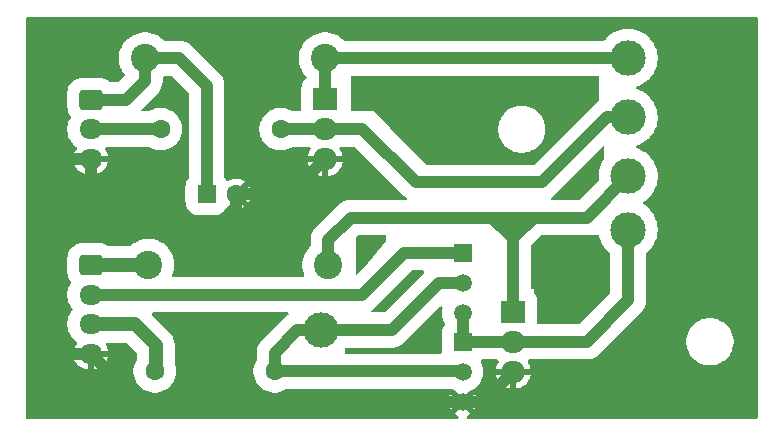
<source format=gbr>
%TF.GenerationSoftware,KiCad,Pcbnew,9.0.2*%
%TF.CreationDate,2025-12-15T12:58:43+07:00*%
%TF.ProjectId,HardwareElday,48617264-7761-4726-9545-6c6461792e6b,rev?*%
%TF.SameCoordinates,Original*%
%TF.FileFunction,Copper,L2,Bot*%
%TF.FilePolarity,Positive*%
%FSLAX46Y46*%
G04 Gerber Fmt 4.6, Leading zero omitted, Abs format (unit mm)*
G04 Created by KiCad (PCBNEW 9.0.2) date 2025-12-15 12:58:43*
%MOMM*%
%LPD*%
G01*
G04 APERTURE LIST*
G04 Aperture macros list*
%AMRoundRect*
0 Rectangle with rounded corners*
0 $1 Rounding radius*
0 $2 $3 $4 $5 $6 $7 $8 $9 X,Y pos of 4 corners*
0 Add a 4 corners polygon primitive as box body*
4,1,4,$2,$3,$4,$5,$6,$7,$8,$9,$2,$3,0*
0 Add four circle primitives for the rounded corners*
1,1,$1+$1,$2,$3*
1,1,$1+$1,$4,$5*
1,1,$1+$1,$6,$7*
1,1,$1+$1,$8,$9*
0 Add four rect primitives between the rounded corners*
20,1,$1+$1,$2,$3,$4,$5,0*
20,1,$1+$1,$4,$5,$6,$7,0*
20,1,$1+$1,$6,$7,$8,$9,0*
20,1,$1+$1,$8,$9,$2,$3,0*%
G04 Aperture macros list end*
%TA.AperFunction,ComponentPad*%
%ADD10RoundRect,0.250000X-0.725000X0.600000X-0.725000X-0.600000X0.725000X-0.600000X0.725000X0.600000X0*%
%TD*%
%TA.AperFunction,ComponentPad*%
%ADD11O,1.950000X1.700000*%
%TD*%
%TA.AperFunction,ComponentPad*%
%ADD12R,1.500000X1.500000*%
%TD*%
%TA.AperFunction,ComponentPad*%
%ADD13C,1.500000*%
%TD*%
%TA.AperFunction,ComponentPad*%
%ADD14C,1.600000*%
%TD*%
%TA.AperFunction,ComponentPad*%
%ADD15C,3.000000*%
%TD*%
%TA.AperFunction,ComponentPad*%
%ADD16R,2.000000X1.905000*%
%TD*%
%TA.AperFunction,ComponentPad*%
%ADD17O,2.000000X1.905000*%
%TD*%
%TA.AperFunction,ComponentPad*%
%ADD18RoundRect,0.250000X-0.550000X-0.550000X0.550000X-0.550000X0.550000X0.550000X-0.550000X0.550000X0*%
%TD*%
%TA.AperFunction,ComponentPad*%
%ADD19C,2.400000*%
%TD*%
%TA.AperFunction,Conductor*%
%ADD20C,1.000000*%
%TD*%
%TA.AperFunction,Conductor*%
%ADD21C,1.200000*%
%TD*%
G04 APERTURE END LIST*
D10*
%TO.P,J3,1,Pin_1*%
%TO.N,Net-(J3-Pin_1)*%
X76000000Y-104000000D03*
D11*
%TO.P,J3,2,Pin_2*%
%TO.N,Vg*%
X76000000Y-106500000D03*
%TO.P,J3,3,Pin_3*%
%TO.N,GNDREF*%
X76000000Y-109000000D03*
%TD*%
D12*
%TO.P,Q4,1,C*%
%TO.N,Net-(Q2-G)*%
X107500000Y-124500000D03*
D13*
%TO.P,Q4,2,B*%
%TO.N,Net-(Q3-B)*%
X107500000Y-127040000D03*
%TO.P,Q4,3,E*%
%TO.N,GNDREF*%
X107500000Y-129580000D03*
%TD*%
D14*
%TO.P,R4,1*%
%TO.N,Net-(J1-Pin_3)*%
X81420000Y-127000000D03*
%TO.P,R4,2*%
%TO.N,Net-(Q3-B)*%
X91580000Y-127000000D03*
%TD*%
D15*
%TO.P,TP4,1,1*%
%TO.N,Net-(Q1-G)*%
X121500000Y-105500000D03*
%TD*%
D16*
%TO.P,Q2,1,D*%
%TO.N,Net-(Q2-D)*%
X111770000Y-121960000D03*
D17*
%TO.P,Q2,2,G*%
%TO.N,Net-(Q2-G)*%
X111770000Y-124500000D03*
%TO.P,Q2,3,S*%
%TO.N,GNDREF*%
X111770000Y-127040000D03*
%TD*%
D16*
%TO.P,Q1,1,D*%
%TO.N,Net-(Q1-D)*%
X95840000Y-103960000D03*
D17*
%TO.P,Q1,2,G*%
%TO.N,Net-(Q1-G)*%
X95840000Y-106500000D03*
%TO.P,Q1,3,S*%
%TO.N,GNDREF*%
X95840000Y-109040000D03*
%TD*%
D18*
%TO.P,C1,1*%
%TO.N,Net-(J3-Pin_1)*%
X85817621Y-112000000D03*
D14*
%TO.P,C1,2*%
%TO.N,GNDREF*%
X88317621Y-112000000D03*
%TD*%
D15*
%TO.P,TP5,1,1*%
%TO.N,Net-(Q3-B)*%
X95500000Y-123500000D03*
%TD*%
D19*
%TO.P,R1,1*%
%TO.N,Net-(J3-Pin_1)*%
X80600000Y-100500000D03*
%TO.P,R1,2*%
%TO.N,Net-(Q1-D)*%
X95840000Y-100500000D03*
%TD*%
D15*
%TO.P,TP3,1,1*%
%TO.N,Net-(Q2-G)*%
X121500000Y-115000000D03*
%TD*%
D19*
%TO.P,R3,1*%
%TO.N,Vs*%
X80880000Y-118000000D03*
%TO.P,R3,2*%
%TO.N,Net-(Q2-D)*%
X96120000Y-118000000D03*
%TD*%
D10*
%TO.P,J1,1,Pin_1*%
%TO.N,Vs*%
X76000000Y-118000000D03*
D11*
%TO.P,J1,2,Pin_2*%
%TO.N,Vd*%
X76000000Y-120500000D03*
%TO.P,J1,3,Pin_3*%
%TO.N,Net-(J1-Pin_3)*%
X76000000Y-123000000D03*
%TO.P,J1,4,Pin_4*%
%TO.N,GNDREF*%
X76000000Y-125500000D03*
%TD*%
D12*
%TO.P,Q3,1,C*%
%TO.N,Vd*%
X107500000Y-116960000D03*
D13*
%TO.P,Q3,2,B*%
%TO.N,Net-(Q3-B)*%
X107500000Y-119500000D03*
%TO.P,Q3,3,E*%
%TO.N,Net-(Q2-G)*%
X107500000Y-122040000D03*
%TD*%
D15*
%TO.P,TP1,1,1*%
%TO.N,Net-(Q1-D)*%
X121500000Y-100500000D03*
%TD*%
%TO.P,TP2,1,1*%
%TO.N,Net-(Q2-D)*%
X121500000Y-110500000D03*
%TD*%
D14*
%TO.P,R2,1*%
%TO.N,Vg*%
X81920000Y-106500000D03*
%TO.P,R2,2*%
%TO.N,Net-(Q1-G)*%
X92080000Y-106500000D03*
%TD*%
D20*
%TO.N,GNDREF*%
X111770000Y-127040000D02*
X109230000Y-129580000D01*
X80080000Y-129580000D02*
X76000000Y-125500000D01*
X72500000Y-111000000D02*
X74500000Y-109000000D01*
X77500000Y-114500000D02*
X86948992Y-114500000D01*
X76000000Y-113000000D02*
X77500000Y-114500000D01*
X109230000Y-129580000D02*
X107500000Y-129580000D01*
X74500000Y-109000000D02*
X76000000Y-109000000D01*
X95840000Y-109040000D02*
X92880000Y-112000000D01*
X92880000Y-112000000D02*
X88317621Y-112000000D01*
X76000000Y-125500000D02*
X74500000Y-125500000D01*
X72500000Y-123500000D02*
X72500000Y-111000000D01*
X88317621Y-113131371D02*
X88317621Y-112000000D01*
X74500000Y-125500000D02*
X72500000Y-123500000D01*
X86948992Y-114500000D02*
X88317621Y-113131371D01*
X107500000Y-129580000D02*
X80080000Y-129580000D01*
X76000000Y-109000000D02*
X76000000Y-113000000D01*
%TO.N,Net-(Q1-G)*%
X95840000Y-106500000D02*
X99000000Y-106500000D01*
X99000000Y-106500000D02*
X103500000Y-111000000D01*
X119750000Y-105500000D02*
X121500000Y-105500000D01*
X92080000Y-106500000D02*
X95840000Y-106500000D01*
X103500000Y-111000000D02*
X114250000Y-111000000D01*
X114250000Y-111000000D02*
X119750000Y-105500000D01*
%TO.N,Net-(Q1-D)*%
X95840000Y-100500000D02*
X95840000Y-103960000D01*
X95840000Y-100500000D02*
X121500000Y-100500000D01*
%TO.N,Vd*%
X76000000Y-120500000D02*
X99000000Y-120500000D01*
X99000000Y-120500000D02*
X102540000Y-116960000D01*
X102540000Y-116960000D02*
X107500000Y-116960000D01*
%TO.N,Net-(Q3-B)*%
X101500000Y-123500000D02*
X95500000Y-123500000D01*
X93500000Y-123500000D02*
X91580000Y-125420000D01*
X107460000Y-127000000D02*
X107500000Y-127040000D01*
X95500000Y-123500000D02*
X93500000Y-123500000D01*
X107500000Y-119500000D02*
X105500000Y-119500000D01*
X105500000Y-119500000D02*
X101500000Y-123500000D01*
X91580000Y-127000000D02*
X107460000Y-127000000D01*
X91580000Y-125420000D02*
X91580000Y-127000000D01*
%TO.N,Net-(Q2-G)*%
X121500000Y-115000000D02*
X121500000Y-121000000D01*
X121500000Y-121000000D02*
X118000000Y-124500000D01*
X107500000Y-124500000D02*
X110770000Y-124500000D01*
X118000000Y-124500000D02*
X111770000Y-124500000D01*
X107500000Y-124500000D02*
X107499999Y-121911220D01*
%TO.N,Vg*%
X76000000Y-106500000D02*
X81920000Y-106500000D01*
%TO.N,Net-(Q2-D)*%
X118000000Y-114000000D02*
X113500000Y-114000000D01*
X96120000Y-118000000D02*
X96120000Y-115880000D01*
X111770000Y-115500000D02*
X112000000Y-115500000D01*
X98000000Y-114000000D02*
X109750000Y-114000000D01*
X112000000Y-115500000D02*
X113500000Y-114000000D01*
X121500000Y-110500000D02*
X118000000Y-114000000D01*
X111770000Y-115500000D02*
X111770000Y-121960000D01*
X111770000Y-114230000D02*
X111770000Y-115500000D01*
X111500000Y-115500000D02*
X110000000Y-114000000D01*
X113500000Y-114000000D02*
X109750000Y-114000000D01*
X111770000Y-115500000D02*
X111500000Y-115500000D01*
X96120000Y-115880000D02*
X98000000Y-114000000D01*
D21*
%TO.N,Vs*%
X80880000Y-118000000D02*
X76000000Y-118000000D01*
D20*
%TO.N,Net-(J3-Pin_1)*%
X83500000Y-100500000D02*
X80600000Y-100500000D01*
X85817621Y-102817621D02*
X83500000Y-100500000D01*
X79000000Y-104000000D02*
X80600000Y-102400000D01*
X76000000Y-104000000D02*
X79000000Y-104000000D01*
X85817621Y-112000000D02*
X85817621Y-102817621D01*
X80600000Y-102400000D02*
X80600000Y-100500000D01*
D21*
%TO.N,Net-(J1-Pin_3)*%
X81500000Y-124790000D02*
X79710000Y-123000000D01*
X79710000Y-123000000D02*
X76000000Y-123000000D01*
X81500000Y-126920000D02*
X81500000Y-124790000D01*
X81420000Y-127000000D02*
X81500000Y-126920000D01*
%TD*%
%TA.AperFunction,Conductor*%
%TO.N,GNDREF*%
G36*
X132442539Y-97020185D02*
G01*
X132488294Y-97072989D01*
X132499500Y-97124500D01*
X132499500Y-130875500D01*
X132479815Y-130942539D01*
X132427011Y-130988294D01*
X132375500Y-130999500D01*
X107959216Y-130999500D01*
X107892177Y-130979815D01*
X107846422Y-130927011D01*
X107836478Y-130857853D01*
X107865503Y-130794297D01*
X107920898Y-130757569D01*
X107979835Y-130738418D01*
X108155143Y-130649095D01*
X108190125Y-130623678D01*
X108190126Y-130623678D01*
X107546448Y-129980000D01*
X107552661Y-129980000D01*
X107654394Y-129952741D01*
X107745606Y-129900080D01*
X107820080Y-129825606D01*
X107872741Y-129734394D01*
X107900000Y-129632661D01*
X107900000Y-129626448D01*
X108543678Y-130270126D01*
X108543678Y-130270125D01*
X108569095Y-130235143D01*
X108658418Y-130059835D01*
X108719221Y-129872705D01*
X108750000Y-129678382D01*
X108750000Y-129481617D01*
X108719221Y-129287294D01*
X108658418Y-129100164D01*
X108569096Y-128924858D01*
X108543678Y-128889873D01*
X108543677Y-128889873D01*
X107900000Y-129533551D01*
X107900000Y-129527339D01*
X107872741Y-129425606D01*
X107820080Y-129334394D01*
X107745606Y-129259920D01*
X107654394Y-129207259D01*
X107552661Y-129180000D01*
X107546447Y-129180000D01*
X107987664Y-128738780D01*
X108043253Y-128706686D01*
X108063887Y-128701158D01*
X108241252Y-128627690D01*
X108275881Y-128613347D01*
X108275881Y-128613346D01*
X108275888Y-128613344D01*
X108474612Y-128498611D01*
X108656661Y-128358919D01*
X108656665Y-128358914D01*
X108656670Y-128358911D01*
X108818911Y-128196670D01*
X108818914Y-128196665D01*
X108818919Y-128196661D01*
X108958611Y-128014612D01*
X109073344Y-127815888D01*
X109161158Y-127603887D01*
X109220548Y-127382238D01*
X109250500Y-127154734D01*
X109250500Y-126925266D01*
X109220548Y-126697762D01*
X109161158Y-126476113D01*
X109073344Y-126264112D01*
X109068285Y-126255350D01*
X109028535Y-126186500D01*
X109012062Y-126118600D01*
X109034915Y-126052573D01*
X109089836Y-126009382D01*
X109135922Y-126000500D01*
X110427744Y-126000500D01*
X110449680Y-126006941D01*
X110472464Y-126008845D01*
X110490320Y-126018874D01*
X110494783Y-126020185D01*
X110503236Y-126026129D01*
X110510455Y-126031669D01*
X110551655Y-126088099D01*
X110555805Y-126157845D01*
X110535282Y-126202924D01*
X110480211Y-126278723D01*
X110480210Y-126278725D01*
X110376417Y-126482429D01*
X110305765Y-126699871D01*
X110291491Y-126790000D01*
X111279252Y-126790000D01*
X111257482Y-126827708D01*
X111220000Y-126967591D01*
X111220000Y-127112409D01*
X111257482Y-127252292D01*
X111279252Y-127290000D01*
X110291491Y-127290000D01*
X110305765Y-127380128D01*
X110376417Y-127597570D01*
X110480211Y-127801276D01*
X110614597Y-127986242D01*
X110776257Y-128147902D01*
X110961223Y-128282288D01*
X111164929Y-128386082D01*
X111382371Y-128456734D01*
X111520000Y-128478532D01*
X111520000Y-127530747D01*
X111557708Y-127552518D01*
X111697591Y-127590000D01*
X111842409Y-127590000D01*
X111982292Y-127552518D01*
X112020000Y-127530747D01*
X112020000Y-128478531D01*
X112157628Y-128456734D01*
X112375070Y-128386082D01*
X112578776Y-128282288D01*
X112763742Y-128147902D01*
X112925402Y-127986242D01*
X113059788Y-127801276D01*
X113163582Y-127597570D01*
X113234234Y-127380128D01*
X113248509Y-127290000D01*
X112260748Y-127290000D01*
X112282518Y-127252292D01*
X112320000Y-127112409D01*
X112320000Y-126967591D01*
X112282518Y-126827708D01*
X112260748Y-126790000D01*
X113248509Y-126790000D01*
X113234234Y-126699871D01*
X113163582Y-126482429D01*
X113059788Y-126278723D01*
X113004717Y-126202925D01*
X113002221Y-126195931D01*
X112996912Y-126190746D01*
X112990642Y-126163478D01*
X112981237Y-126137119D01*
X112982918Y-126129887D01*
X112981255Y-126122653D01*
X112990724Y-126096320D01*
X112997062Y-126069065D01*
X113002971Y-126062261D01*
X113004898Y-126056905D01*
X113029552Y-126031661D01*
X113036778Y-126026116D01*
X113101950Y-126000929D01*
X113112255Y-126000500D01*
X118118097Y-126000500D01*
X118351368Y-125963553D01*
X118415762Y-125942630D01*
X118575992Y-125890568D01*
X118786434Y-125783343D01*
X118977510Y-125644517D01*
X120253155Y-124368872D01*
X126429500Y-124368872D01*
X126429500Y-124631127D01*
X126441443Y-124721837D01*
X126463730Y-124891116D01*
X126511295Y-125068631D01*
X126531602Y-125144418D01*
X126531605Y-125144428D01*
X126631953Y-125386690D01*
X126631958Y-125386700D01*
X126763075Y-125613803D01*
X126922718Y-125821851D01*
X126922726Y-125821860D01*
X127108140Y-126007274D01*
X127108148Y-126007281D01*
X127108149Y-126007282D01*
X127132695Y-126026117D01*
X127316196Y-126166924D01*
X127543299Y-126298041D01*
X127543309Y-126298046D01*
X127728948Y-126374940D01*
X127785581Y-126398398D01*
X128038884Y-126466270D01*
X128298880Y-126500500D01*
X128298887Y-126500500D01*
X128561113Y-126500500D01*
X128561120Y-126500500D01*
X128821116Y-126466270D01*
X129074419Y-126398398D01*
X129316697Y-126298043D01*
X129543803Y-126166924D01*
X129751851Y-126007282D01*
X129751855Y-126007277D01*
X129751860Y-126007274D01*
X129937274Y-125821860D01*
X129937277Y-125821855D01*
X129937282Y-125821851D01*
X130096924Y-125613803D01*
X130228043Y-125386697D01*
X130236030Y-125367416D01*
X130257055Y-125316657D01*
X130328398Y-125144419D01*
X130396270Y-124891116D01*
X130430500Y-124631120D01*
X130430500Y-124368880D01*
X130396270Y-124108884D01*
X130328398Y-123855581D01*
X130328394Y-123855571D01*
X130228046Y-123613309D01*
X130228041Y-123613299D01*
X130096924Y-123386196D01*
X129937281Y-123178148D01*
X129937274Y-123178140D01*
X129751860Y-122992726D01*
X129751851Y-122992718D01*
X129543803Y-122833075D01*
X129316700Y-122701958D01*
X129316690Y-122701953D01*
X129074428Y-122601605D01*
X129074421Y-122601603D01*
X129074419Y-122601602D01*
X128821116Y-122533730D01*
X128763339Y-122526123D01*
X128561127Y-122499500D01*
X128561120Y-122499500D01*
X128298880Y-122499500D01*
X128298872Y-122499500D01*
X128067772Y-122529926D01*
X128038884Y-122533730D01*
X127785581Y-122601602D01*
X127785571Y-122601605D01*
X127543309Y-122701953D01*
X127543299Y-122701958D01*
X127316196Y-122833075D01*
X127108148Y-122992718D01*
X126922718Y-123178148D01*
X126763075Y-123386196D01*
X126631958Y-123613299D01*
X126631953Y-123613309D01*
X126531605Y-123855571D01*
X126531602Y-123855581D01*
X126484790Y-124030289D01*
X126463730Y-124108885D01*
X126429500Y-124368872D01*
X120253155Y-124368872D01*
X122644517Y-121977510D01*
X122783343Y-121786434D01*
X122890568Y-121575993D01*
X122923021Y-121476113D01*
X122963553Y-121351368D01*
X122977373Y-121264112D01*
X123000500Y-121118097D01*
X123000500Y-117061365D01*
X123020185Y-116994326D01*
X123047185Y-116964419D01*
X123168825Y-116867416D01*
X123367416Y-116668825D01*
X123542523Y-116449248D01*
X123691945Y-116211445D01*
X123813801Y-115958408D01*
X123906560Y-115693318D01*
X123969055Y-115419509D01*
X123969056Y-115419499D01*
X123969057Y-115419494D01*
X124000499Y-115140431D01*
X124000500Y-115140427D01*
X124000500Y-114859572D01*
X124000499Y-114859568D01*
X123969057Y-114580505D01*
X123969054Y-114580487D01*
X123906560Y-114306682D01*
X123906556Y-114306670D01*
X123883465Y-114240680D01*
X123813801Y-114041592D01*
X123691945Y-113788555D01*
X123542523Y-113550752D01*
X123367416Y-113331175D01*
X123168825Y-113132584D01*
X122949248Y-112957477D01*
X122786146Y-112854992D01*
X122739856Y-112802659D01*
X122729208Y-112733606D01*
X122757583Y-112669757D01*
X122786145Y-112645007D01*
X122949248Y-112542523D01*
X123168825Y-112367416D01*
X123367416Y-112168825D01*
X123542523Y-111949248D01*
X123691945Y-111711445D01*
X123813801Y-111458408D01*
X123906560Y-111193318D01*
X123969055Y-110919509D01*
X123972511Y-110888842D01*
X123990181Y-110732009D01*
X124000500Y-110640425D01*
X124000500Y-110359575D01*
X123988277Y-110251095D01*
X123969057Y-110080505D01*
X123969054Y-110080487D01*
X123957467Y-110029723D01*
X123906560Y-109806682D01*
X123904668Y-109801276D01*
X123871875Y-109707557D01*
X123813801Y-109541592D01*
X123691945Y-109288555D01*
X123542523Y-109050752D01*
X123367416Y-108831175D01*
X123168825Y-108632584D01*
X122949248Y-108457477D01*
X122711445Y-108308055D01*
X122711442Y-108308053D01*
X122458411Y-108186200D01*
X122260767Y-108117041D01*
X122203991Y-108076320D01*
X122178244Y-108011367D01*
X122191700Y-107942805D01*
X122240088Y-107892402D01*
X122260767Y-107882959D01*
X122336118Y-107856592D01*
X122458408Y-107813801D01*
X122711445Y-107691945D01*
X122949248Y-107542523D01*
X123168825Y-107367416D01*
X123367416Y-107168825D01*
X123542523Y-106949248D01*
X123691945Y-106711445D01*
X123813801Y-106458408D01*
X123906560Y-106193318D01*
X123969055Y-105919509D01*
X123970815Y-105903895D01*
X123993568Y-105701951D01*
X124000500Y-105640425D01*
X124000500Y-105359575D01*
X123984397Y-105216657D01*
X123969057Y-105080505D01*
X123969054Y-105080487D01*
X123943958Y-104970536D01*
X123906560Y-104806682D01*
X123902966Y-104796412D01*
X123834799Y-104601602D01*
X123813801Y-104541592D01*
X123691945Y-104288555D01*
X123542523Y-104050752D01*
X123367416Y-103831175D01*
X123168825Y-103632584D01*
X122949248Y-103457477D01*
X122711445Y-103308055D01*
X122711442Y-103308053D01*
X122458411Y-103186200D01*
X122260767Y-103117041D01*
X122203991Y-103076320D01*
X122178244Y-103011367D01*
X122191700Y-102942805D01*
X122240088Y-102892402D01*
X122260767Y-102882959D01*
X122321859Y-102861581D01*
X122458408Y-102813801D01*
X122711445Y-102691945D01*
X122949248Y-102542523D01*
X123168825Y-102367416D01*
X123367416Y-102168825D01*
X123542523Y-101949248D01*
X123691945Y-101711445D01*
X123813801Y-101458408D01*
X123906560Y-101193318D01*
X123969055Y-100919509D01*
X124000500Y-100640425D01*
X124000500Y-100359575D01*
X123969055Y-100080491D01*
X123906560Y-99806682D01*
X123813801Y-99541592D01*
X123691945Y-99288555D01*
X123542523Y-99050752D01*
X123367416Y-98831175D01*
X123168825Y-98632584D01*
X122949248Y-98457477D01*
X122785004Y-98354275D01*
X122711442Y-98308053D01*
X122458411Y-98186200D01*
X122193329Y-98093443D01*
X122193317Y-98093439D01*
X121919512Y-98030945D01*
X121919494Y-98030942D01*
X121640431Y-97999500D01*
X121640425Y-97999500D01*
X121359575Y-97999500D01*
X121359568Y-97999500D01*
X121080505Y-98030942D01*
X121080487Y-98030945D01*
X120806682Y-98093439D01*
X120806670Y-98093443D01*
X120541588Y-98186200D01*
X120288557Y-98308053D01*
X120050753Y-98457476D01*
X119831175Y-98632583D01*
X119632583Y-98831175D01*
X119535581Y-98952813D01*
X119478393Y-98992953D01*
X119438634Y-98999500D01*
X97502840Y-98999500D01*
X97435801Y-98979815D01*
X97415163Y-98963185D01*
X97294004Y-98842026D01*
X97294003Y-98842025D01*
X97294001Y-98842023D01*
X97065164Y-98666431D01*
X97065162Y-98666429D01*
X97065156Y-98666425D01*
X97065151Y-98666422D01*
X97065148Y-98666420D01*
X96815352Y-98522199D01*
X96815336Y-98522191D01*
X96548860Y-98411814D01*
X96548848Y-98411810D01*
X96548845Y-98411809D01*
X96270217Y-98337151D01*
X96270211Y-98337150D01*
X96270206Y-98337149D01*
X95984238Y-98299501D01*
X95984233Y-98299500D01*
X95984228Y-98299500D01*
X95695772Y-98299500D01*
X95695766Y-98299500D01*
X95695761Y-98299501D01*
X95409793Y-98337149D01*
X95409786Y-98337150D01*
X95409783Y-98337151D01*
X95131155Y-98411809D01*
X95131139Y-98411814D01*
X94864663Y-98522191D01*
X94864647Y-98522199D01*
X94614851Y-98666420D01*
X94614835Y-98666431D01*
X94385997Y-98842024D01*
X94385990Y-98842030D01*
X94182030Y-99045990D01*
X94182024Y-99045997D01*
X94006431Y-99274835D01*
X94006420Y-99274851D01*
X93862199Y-99524647D01*
X93862191Y-99524663D01*
X93751814Y-99791139D01*
X93751809Y-99791155D01*
X93677152Y-100069780D01*
X93677149Y-100069793D01*
X93639501Y-100355761D01*
X93639500Y-100355778D01*
X93639500Y-100644221D01*
X93639501Y-100644238D01*
X93677149Y-100930206D01*
X93677150Y-100930211D01*
X93677151Y-100930217D01*
X93747649Y-101193318D01*
X93751809Y-101208844D01*
X93751814Y-101208860D01*
X93862191Y-101475336D01*
X93862199Y-101475352D01*
X94006420Y-101725148D01*
X94006431Y-101725164D01*
X94182023Y-101954001D01*
X94182025Y-101954003D01*
X94182026Y-101954004D01*
X94249713Y-102021691D01*
X94283197Y-102083012D01*
X94278213Y-102152704D01*
X94240392Y-102205473D01*
X94128890Y-102296390D01*
X94000304Y-102454090D01*
X94000302Y-102454093D01*
X93966872Y-102518092D01*
X93906089Y-102634454D01*
X93850114Y-102830083D01*
X93850113Y-102830086D01*
X93839500Y-102949466D01*
X93839500Y-102949468D01*
X93839501Y-104875500D01*
X93819816Y-104942539D01*
X93767013Y-104988294D01*
X93715501Y-104999500D01*
X93115283Y-104999500D01*
X93053283Y-104982887D01*
X92878056Y-104881719D01*
X92878045Y-104881714D01*
X92659993Y-104791394D01*
X92432010Y-104730306D01*
X92198020Y-104699501D01*
X92198017Y-104699500D01*
X92198011Y-104699500D01*
X91961989Y-104699500D01*
X91961983Y-104699500D01*
X91961979Y-104699501D01*
X91727989Y-104730306D01*
X91500006Y-104791394D01*
X91281954Y-104881714D01*
X91281943Y-104881719D01*
X91077545Y-104999730D01*
X90890302Y-105143406D01*
X90890295Y-105143412D01*
X90723412Y-105310295D01*
X90723406Y-105310302D01*
X90579730Y-105497545D01*
X90461719Y-105701943D01*
X90461714Y-105701954D01*
X90371394Y-105920006D01*
X90310306Y-106147989D01*
X90279501Y-106381979D01*
X90279500Y-106381995D01*
X90279500Y-106618004D01*
X90279501Y-106618020D01*
X90310306Y-106852010D01*
X90371394Y-107079993D01*
X90461714Y-107298045D01*
X90461719Y-107298056D01*
X90532677Y-107420957D01*
X90579727Y-107502450D01*
X90579729Y-107502453D01*
X90579730Y-107502454D01*
X90723406Y-107689697D01*
X90723412Y-107689704D01*
X90890295Y-107856587D01*
X90890302Y-107856593D01*
X90939391Y-107894260D01*
X91077550Y-108000273D01*
X91187106Y-108063525D01*
X91281943Y-108118280D01*
X91281948Y-108118282D01*
X91281951Y-108118284D01*
X91500007Y-108208606D01*
X91727986Y-108269693D01*
X91961989Y-108300500D01*
X91961996Y-108300500D01*
X92198004Y-108300500D01*
X92198011Y-108300500D01*
X92432014Y-108269693D01*
X92659993Y-108208606D01*
X92878049Y-108118284D01*
X92963299Y-108069065D01*
X93053283Y-108017113D01*
X93115283Y-108000500D01*
X94497744Y-108000500D01*
X94519680Y-108006941D01*
X94542464Y-108008845D01*
X94560320Y-108018874D01*
X94564783Y-108020185D01*
X94573236Y-108026129D01*
X94580455Y-108031669D01*
X94621655Y-108088099D01*
X94625805Y-108157845D01*
X94605282Y-108202924D01*
X94550211Y-108278723D01*
X94550210Y-108278725D01*
X94446417Y-108482429D01*
X94375765Y-108699871D01*
X94361491Y-108790000D01*
X95349252Y-108790000D01*
X95327482Y-108827708D01*
X95290000Y-108967591D01*
X95290000Y-109112409D01*
X95327482Y-109252292D01*
X95349252Y-109290000D01*
X94361491Y-109290000D01*
X94375765Y-109380128D01*
X94446417Y-109597570D01*
X94550211Y-109801276D01*
X94684597Y-109986242D01*
X94846257Y-110147902D01*
X95031223Y-110282288D01*
X95234929Y-110386082D01*
X95452371Y-110456734D01*
X95590000Y-110478532D01*
X95590000Y-109530747D01*
X95627708Y-109552518D01*
X95767591Y-109590000D01*
X95912409Y-109590000D01*
X96052292Y-109552518D01*
X96090000Y-109530747D01*
X96090000Y-110478531D01*
X96227628Y-110456734D01*
X96445070Y-110386082D01*
X96648776Y-110282288D01*
X96833742Y-110147902D01*
X96995402Y-109986242D01*
X97129788Y-109801276D01*
X97233582Y-109597570D01*
X97304234Y-109380128D01*
X97318509Y-109290000D01*
X96330748Y-109290000D01*
X96352518Y-109252292D01*
X96390000Y-109112409D01*
X96390000Y-108967591D01*
X96352518Y-108827708D01*
X96330748Y-108790000D01*
X97318509Y-108790000D01*
X97304234Y-108699871D01*
X97233582Y-108482429D01*
X97129788Y-108278723D01*
X97074717Y-108202925D01*
X97072221Y-108195931D01*
X97066912Y-108190746D01*
X97060642Y-108163478D01*
X97051237Y-108137119D01*
X97052918Y-108129887D01*
X97051255Y-108122653D01*
X97060724Y-108096320D01*
X97067062Y-108069065D01*
X97072971Y-108062261D01*
X97074898Y-108056905D01*
X97099552Y-108031661D01*
X97106778Y-108026116D01*
X97171950Y-108000929D01*
X97182255Y-108000500D01*
X98327111Y-108000500D01*
X98394150Y-108020185D01*
X98414792Y-108036819D01*
X102522490Y-112144517D01*
X102702334Y-112275182D01*
X102744999Y-112330512D01*
X102750978Y-112400126D01*
X102718372Y-112461921D01*
X102657533Y-112496278D01*
X102629448Y-112499500D01*
X97881903Y-112499500D01*
X97648630Y-112536447D01*
X97496993Y-112585716D01*
X97496992Y-112585717D01*
X97424007Y-112609432D01*
X97424001Y-112609434D01*
X97213565Y-112716657D01*
X97022488Y-112855484D01*
X94975484Y-114902488D01*
X94836657Y-115093565D01*
X94772178Y-115220114D01*
X94729433Y-115304003D01*
X94656446Y-115528631D01*
X94619500Y-115761902D01*
X94619500Y-116337159D01*
X94599815Y-116404198D01*
X94583181Y-116424840D01*
X94462030Y-116545990D01*
X94462024Y-116545997D01*
X94286431Y-116774835D01*
X94286420Y-116774851D01*
X94142199Y-117024647D01*
X94142191Y-117024663D01*
X94031814Y-117291139D01*
X94031809Y-117291155D01*
X93957152Y-117569780D01*
X93957149Y-117569793D01*
X93919501Y-117855761D01*
X93919500Y-117855778D01*
X93919500Y-118144221D01*
X93919501Y-118144238D01*
X93957149Y-118430206D01*
X93957150Y-118430211D01*
X93957151Y-118430217D01*
X94019849Y-118664208D01*
X94031809Y-118708844D01*
X94031814Y-118708860D01*
X94081183Y-118828048D01*
X94088652Y-118897517D01*
X94057376Y-118959996D01*
X93997287Y-118995648D01*
X93966622Y-118999500D01*
X83033378Y-118999500D01*
X82966339Y-118979815D01*
X82920584Y-118927011D01*
X82910640Y-118857853D01*
X82918817Y-118828048D01*
X82968185Y-118708860D01*
X82968185Y-118708857D01*
X82968191Y-118708845D01*
X83042849Y-118430217D01*
X83080500Y-118144228D01*
X83080500Y-117855772D01*
X83042849Y-117569783D01*
X82968191Y-117291155D01*
X82968186Y-117291145D01*
X82968185Y-117291139D01*
X82857808Y-117024663D01*
X82857800Y-117024647D01*
X82713579Y-116774851D01*
X82713575Y-116774844D01*
X82575842Y-116595346D01*
X82537975Y-116545997D01*
X82537969Y-116545990D01*
X82334009Y-116342030D01*
X82334002Y-116342024D01*
X82105164Y-116166431D01*
X82105162Y-116166429D01*
X82105156Y-116166425D01*
X82105151Y-116166422D01*
X82105148Y-116166420D01*
X81855352Y-116022199D01*
X81855336Y-116022191D01*
X81588860Y-115911814D01*
X81588848Y-115911810D01*
X81588845Y-115911809D01*
X81310217Y-115837151D01*
X81310211Y-115837150D01*
X81310206Y-115837149D01*
X81024238Y-115799501D01*
X81024233Y-115799500D01*
X81024228Y-115799500D01*
X80735772Y-115799500D01*
X80735766Y-115799500D01*
X80735761Y-115799501D01*
X80449793Y-115837149D01*
X80449786Y-115837150D01*
X80449783Y-115837151D01*
X80171155Y-115911809D01*
X80171139Y-115911814D01*
X79904663Y-116022191D01*
X79904647Y-116022199D01*
X79654851Y-116166420D01*
X79654835Y-116166431D01*
X79425997Y-116342024D01*
X79425990Y-116342030D01*
X79404840Y-116363181D01*
X79343517Y-116396666D01*
X79317159Y-116399500D01*
X77515465Y-116399500D01*
X77448426Y-116379815D01*
X77444877Y-116377447D01*
X77392737Y-116341324D01*
X77344627Y-116307993D01*
X77139681Y-116214903D01*
X77139678Y-116214902D01*
X76921420Y-116159905D01*
X76921413Y-116159904D01*
X76877347Y-116156436D01*
X76789217Y-116149500D01*
X76789215Y-116149500D01*
X75210791Y-116149500D01*
X75210776Y-116149501D01*
X75078586Y-116159904D01*
X75078579Y-116159905D01*
X74860321Y-116214902D01*
X74860318Y-116214903D01*
X74655377Y-116307991D01*
X74655367Y-116307997D01*
X74470354Y-116436174D01*
X74470342Y-116436184D01*
X74311184Y-116595342D01*
X74311174Y-116595354D01*
X74182997Y-116780367D01*
X74182991Y-116780377D01*
X74089903Y-116985318D01*
X74089902Y-116985321D01*
X74034905Y-117203579D01*
X74034904Y-117203586D01*
X74024500Y-117335777D01*
X74024500Y-118664208D01*
X74024501Y-118664223D01*
X74034904Y-118796413D01*
X74034905Y-118796420D01*
X74089902Y-119014678D01*
X74089903Y-119014681D01*
X74182991Y-119219622D01*
X74182997Y-119219632D01*
X74298863Y-119386876D01*
X74320860Y-119453193D01*
X74304322Y-119519492D01*
X74211777Y-119679784D01*
X74211773Y-119679794D01*
X74118947Y-119903895D01*
X74056161Y-120138214D01*
X74024500Y-120378711D01*
X74024500Y-120621288D01*
X74056161Y-120861785D01*
X74118947Y-121096104D01*
X74188543Y-121264123D01*
X74211776Y-121320212D01*
X74333064Y-121530289D01*
X74333066Y-121530292D01*
X74333067Y-121530293D01*
X74443731Y-121674514D01*
X74468925Y-121739683D01*
X74454887Y-121808128D01*
X74443731Y-121825486D01*
X74333067Y-121969706D01*
X74333064Y-121969710D01*
X74333064Y-121969711D01*
X74317502Y-121996666D01*
X74211777Y-122179785D01*
X74211773Y-122179794D01*
X74118947Y-122403895D01*
X74056161Y-122638214D01*
X74024500Y-122878711D01*
X74024500Y-123121288D01*
X74031984Y-123178140D01*
X74056162Y-123361789D01*
X74062702Y-123386196D01*
X74118947Y-123596104D01*
X74211773Y-123820205D01*
X74211776Y-123820212D01*
X74333064Y-124030289D01*
X74333066Y-124030292D01*
X74333067Y-124030293D01*
X74480733Y-124222736D01*
X74480739Y-124222743D01*
X74652256Y-124394260D01*
X74652263Y-124394266D01*
X74785905Y-124496813D01*
X74827108Y-124553241D01*
X74831263Y-124622987D01*
X74810737Y-124668074D01*
X74720379Y-124792442D01*
X74623904Y-124981782D01*
X74558242Y-125183870D01*
X74558242Y-125183873D01*
X74547769Y-125250000D01*
X75595854Y-125250000D01*
X75557370Y-125316657D01*
X75525000Y-125437465D01*
X75525000Y-125562535D01*
X75557370Y-125683343D01*
X75595854Y-125750000D01*
X74547769Y-125750000D01*
X74558242Y-125816126D01*
X74558242Y-125816129D01*
X74623904Y-126018217D01*
X74720379Y-126207557D01*
X74845272Y-126379459D01*
X74845276Y-126379464D01*
X74995535Y-126529723D01*
X74995540Y-126529727D01*
X75167442Y-126654620D01*
X75356782Y-126751095D01*
X75558872Y-126816757D01*
X75750000Y-126847029D01*
X75750000Y-125904145D01*
X75816657Y-125942630D01*
X75937465Y-125975000D01*
X76062535Y-125975000D01*
X76183343Y-125942630D01*
X76250000Y-125904145D01*
X76250000Y-126847028D01*
X76441127Y-126816757D01*
X76643217Y-126751095D01*
X76832557Y-126654620D01*
X77004459Y-126529727D01*
X77004464Y-126529723D01*
X77154723Y-126379464D01*
X77154727Y-126379459D01*
X77279620Y-126207557D01*
X77376095Y-126018217D01*
X77441757Y-125816129D01*
X77441757Y-125816126D01*
X77452231Y-125750000D01*
X76404146Y-125750000D01*
X76442630Y-125683343D01*
X76475000Y-125562535D01*
X76475000Y-125437465D01*
X76442630Y-125316657D01*
X76404146Y-125250000D01*
X77452231Y-125250000D01*
X77441757Y-125183873D01*
X77441757Y-125183870D01*
X77376095Y-124981782D01*
X77279620Y-124792440D01*
X77277686Y-124789284D01*
X77259446Y-124721837D01*
X77280565Y-124655236D01*
X77334340Y-124610625D01*
X77383417Y-124600500D01*
X78995689Y-124600500D01*
X79062728Y-124620185D01*
X79083370Y-124636819D01*
X79863181Y-125416630D01*
X79896666Y-125477953D01*
X79899500Y-125504311D01*
X79899500Y-125999358D01*
X79882887Y-126061358D01*
X79801719Y-126201943D01*
X79801714Y-126201954D01*
X79711394Y-126420006D01*
X79650306Y-126647989D01*
X79619501Y-126881979D01*
X79619500Y-126881995D01*
X79619500Y-127118004D01*
X79619501Y-127118020D01*
X79650306Y-127352010D01*
X79711394Y-127579993D01*
X79801714Y-127798045D01*
X79801719Y-127798056D01*
X79872677Y-127920957D01*
X79919727Y-128002450D01*
X79919729Y-128002453D01*
X79919730Y-128002454D01*
X80063406Y-128189697D01*
X80063412Y-128189704D01*
X80230295Y-128356587D01*
X80230302Y-128356593D01*
X80268733Y-128386082D01*
X80417550Y-128500273D01*
X80548918Y-128576118D01*
X80621943Y-128618280D01*
X80621948Y-128618282D01*
X80621951Y-128618284D01*
X80840007Y-128708606D01*
X81067986Y-128769693D01*
X81301989Y-128800500D01*
X81301996Y-128800500D01*
X81538004Y-128800500D01*
X81538011Y-128800500D01*
X81772014Y-128769693D01*
X81999993Y-128708606D01*
X82218049Y-128618284D01*
X82422450Y-128500273D01*
X82609699Y-128356592D01*
X82776592Y-128189699D01*
X82920273Y-128002450D01*
X83038284Y-127798049D01*
X83128606Y-127579993D01*
X83189693Y-127352014D01*
X83220500Y-127118011D01*
X83220500Y-126881989D01*
X83189693Y-126647986D01*
X83128606Y-126420007D01*
X83111813Y-126379464D01*
X83109939Y-126374940D01*
X83100500Y-126327487D01*
X83100500Y-124664038D01*
X83082951Y-124553241D01*
X83061090Y-124415215D01*
X82983241Y-124175621D01*
X82983239Y-124175618D01*
X82983239Y-124175616D01*
X82941747Y-124094184D01*
X82868870Y-123951155D01*
X82799432Y-123855581D01*
X82720798Y-123747350D01*
X82720794Y-123747345D01*
X81185630Y-122212181D01*
X81152145Y-122150858D01*
X81157129Y-122081166D01*
X81199001Y-122025233D01*
X81264465Y-122000816D01*
X81273311Y-122000500D01*
X92629448Y-122000500D01*
X92696487Y-122020185D01*
X92742242Y-122072989D01*
X92752186Y-122142147D01*
X92723161Y-122205703D01*
X92702336Y-122224816D01*
X92522490Y-122355483D01*
X92522488Y-122355485D01*
X92522487Y-122355485D01*
X90435484Y-124442488D01*
X90296656Y-124633567D01*
X90281547Y-124663222D01*
X90281546Y-124663224D01*
X90189433Y-124844003D01*
X90116446Y-125068631D01*
X90079500Y-125301902D01*
X90079500Y-125964717D01*
X90062887Y-126026717D01*
X89961719Y-126201943D01*
X89961714Y-126201954D01*
X89871394Y-126420006D01*
X89810306Y-126647989D01*
X89779501Y-126881979D01*
X89779500Y-126881995D01*
X89779500Y-127118004D01*
X89779501Y-127118020D01*
X89810306Y-127352010D01*
X89871394Y-127579993D01*
X89961714Y-127798045D01*
X89961719Y-127798056D01*
X90032677Y-127920957D01*
X90079727Y-128002450D01*
X90079729Y-128002453D01*
X90079730Y-128002454D01*
X90223406Y-128189697D01*
X90223412Y-128189704D01*
X90390295Y-128356587D01*
X90390302Y-128356593D01*
X90428733Y-128386082D01*
X90577550Y-128500273D01*
X90708918Y-128576118D01*
X90781943Y-128618280D01*
X90781948Y-128618282D01*
X90781951Y-128618284D01*
X91000007Y-128708606D01*
X91227986Y-128769693D01*
X91461989Y-128800500D01*
X91461996Y-128800500D01*
X91698004Y-128800500D01*
X91698011Y-128800500D01*
X91932014Y-128769693D01*
X92159993Y-128708606D01*
X92378049Y-128618284D01*
X92386609Y-128613342D01*
X92553283Y-128517113D01*
X92615283Y-128500500D01*
X106495435Y-128500500D01*
X106557434Y-128517112D01*
X106724112Y-128613344D01*
X106724114Y-128613344D01*
X106724118Y-128613347D01*
X106901477Y-128686811D01*
X106936113Y-128701158D01*
X106956743Y-128706685D01*
X107012334Y-128738780D01*
X107453554Y-129180000D01*
X107447339Y-129180000D01*
X107345606Y-129207259D01*
X107254394Y-129259920D01*
X107179920Y-129334394D01*
X107127259Y-129425606D01*
X107100000Y-129527339D01*
X107100000Y-129533552D01*
X106456320Y-128889872D01*
X106456320Y-128889873D01*
X106430902Y-128924859D01*
X106430899Y-128924863D01*
X106341582Y-129100161D01*
X106280778Y-129287294D01*
X106250000Y-129481617D01*
X106250000Y-129678382D01*
X106280778Y-129872705D01*
X106341581Y-130059835D01*
X106430905Y-130235145D01*
X106456319Y-130270125D01*
X106456320Y-130270125D01*
X107100000Y-129626445D01*
X107100000Y-129632661D01*
X107127259Y-129734394D01*
X107179920Y-129825606D01*
X107254394Y-129900080D01*
X107345606Y-129952741D01*
X107447339Y-129980000D01*
X107453553Y-129980000D01*
X106809873Y-130623677D01*
X106809873Y-130623678D01*
X106844858Y-130649096D01*
X107020164Y-130738418D01*
X107079102Y-130757569D01*
X107136778Y-130797007D01*
X107163976Y-130861365D01*
X107152061Y-130930212D01*
X107104817Y-130981687D01*
X107040784Y-130999500D01*
X70624500Y-130999500D01*
X70557461Y-130979815D01*
X70511706Y-130927011D01*
X70500500Y-130875500D01*
X70500500Y-103335777D01*
X74024500Y-103335777D01*
X74024500Y-104664208D01*
X74024501Y-104664223D01*
X74034904Y-104796413D01*
X74034905Y-104796420D01*
X74089902Y-105014678D01*
X74089903Y-105014681D01*
X74182991Y-105219622D01*
X74182997Y-105219632D01*
X74298863Y-105386876D01*
X74320860Y-105453193D01*
X74304322Y-105519492D01*
X74211777Y-105679784D01*
X74211773Y-105679794D01*
X74118947Y-105903895D01*
X74056161Y-106138214D01*
X74024500Y-106378711D01*
X74024500Y-106621288D01*
X74056161Y-106861785D01*
X74118947Y-107096104D01*
X74202594Y-107298045D01*
X74211776Y-107320212D01*
X74333064Y-107530289D01*
X74333066Y-107530292D01*
X74333067Y-107530293D01*
X74480733Y-107722736D01*
X74480739Y-107722743D01*
X74652256Y-107894260D01*
X74652263Y-107894266D01*
X74785905Y-107996813D01*
X74827108Y-108053241D01*
X74831263Y-108122987D01*
X74810737Y-108168074D01*
X74720379Y-108292442D01*
X74623904Y-108481782D01*
X74558242Y-108683870D01*
X74558242Y-108683873D01*
X74547769Y-108750000D01*
X75595854Y-108750000D01*
X75557370Y-108816657D01*
X75525000Y-108937465D01*
X75525000Y-109062535D01*
X75557370Y-109183343D01*
X75595854Y-109250000D01*
X74547769Y-109250000D01*
X74558242Y-109316126D01*
X74558242Y-109316129D01*
X74623904Y-109518217D01*
X74720379Y-109707557D01*
X74845272Y-109879459D01*
X74845276Y-109879464D01*
X74995535Y-110029723D01*
X74995540Y-110029727D01*
X75167442Y-110154620D01*
X75356782Y-110251095D01*
X75558872Y-110316757D01*
X75750000Y-110347029D01*
X75750000Y-109404145D01*
X75816657Y-109442630D01*
X75937465Y-109475000D01*
X76062535Y-109475000D01*
X76183343Y-109442630D01*
X76250000Y-109404145D01*
X76250000Y-110347028D01*
X76441127Y-110316757D01*
X76643217Y-110251095D01*
X76832557Y-110154620D01*
X77004459Y-110029727D01*
X77004464Y-110029723D01*
X77154723Y-109879464D01*
X77154727Y-109879459D01*
X77279620Y-109707557D01*
X77376095Y-109518217D01*
X77441757Y-109316129D01*
X77441757Y-109316126D01*
X77452231Y-109250000D01*
X76404146Y-109250000D01*
X76442630Y-109183343D01*
X76475000Y-109062535D01*
X76475000Y-108937465D01*
X76442630Y-108816657D01*
X76404146Y-108750000D01*
X77452231Y-108750000D01*
X77441757Y-108683873D01*
X77441757Y-108683870D01*
X77376095Y-108481782D01*
X77279620Y-108292442D01*
X77210558Y-108197385D01*
X77187078Y-108131579D01*
X77202904Y-108063525D01*
X77253009Y-108014830D01*
X77310876Y-108000500D01*
X80884717Y-108000500D01*
X80946717Y-108017113D01*
X81121943Y-108118280D01*
X81121948Y-108118282D01*
X81121951Y-108118284D01*
X81340007Y-108208606D01*
X81567986Y-108269693D01*
X81801989Y-108300500D01*
X81801996Y-108300500D01*
X82038004Y-108300500D01*
X82038011Y-108300500D01*
X82272014Y-108269693D01*
X82499993Y-108208606D01*
X82718049Y-108118284D01*
X82922450Y-108000273D01*
X83109699Y-107856592D01*
X83276592Y-107689699D01*
X83420273Y-107502450D01*
X83538284Y-107298049D01*
X83628606Y-107079993D01*
X83689693Y-106852014D01*
X83720500Y-106618011D01*
X83720500Y-106381989D01*
X83689693Y-106147986D01*
X83628606Y-105920007D01*
X83538284Y-105701951D01*
X83538282Y-105701948D01*
X83538280Y-105701943D01*
X83496118Y-105628918D01*
X83420273Y-105497550D01*
X83361001Y-105420306D01*
X83276593Y-105310302D01*
X83276587Y-105310295D01*
X83109704Y-105143412D01*
X83109697Y-105143406D01*
X82922454Y-104999730D01*
X82922453Y-104999729D01*
X82922450Y-104999727D01*
X82823398Y-104942539D01*
X82718056Y-104881719D01*
X82718045Y-104881714D01*
X82499993Y-104791394D01*
X82272010Y-104730306D01*
X82038020Y-104699501D01*
X82038017Y-104699500D01*
X82038011Y-104699500D01*
X81801989Y-104699500D01*
X81801983Y-104699500D01*
X81801979Y-104699501D01*
X81567989Y-104730306D01*
X81340006Y-104791394D01*
X81121954Y-104881714D01*
X81121943Y-104881719D01*
X80946717Y-104982887D01*
X80884717Y-104999500D01*
X80421889Y-104999500D01*
X80354850Y-104979815D01*
X80309095Y-104927011D01*
X80299151Y-104857853D01*
X80328176Y-104794297D01*
X80334208Y-104787819D01*
X80905370Y-104216657D01*
X81744518Y-103377510D01*
X81883343Y-103186433D01*
X81990568Y-102975992D01*
X82063553Y-102751368D01*
X82100500Y-102518097D01*
X82100500Y-102162840D01*
X82109144Y-102133399D01*
X82115668Y-102103413D01*
X82119422Y-102098397D01*
X82120185Y-102095801D01*
X82136819Y-102075159D01*
X82175159Y-102036819D01*
X82236482Y-102003334D01*
X82262840Y-102000500D01*
X82827111Y-102000500D01*
X82894150Y-102020185D01*
X82914792Y-102036819D01*
X84280802Y-103402829D01*
X84314287Y-103464152D01*
X84317121Y-103490510D01*
X84317121Y-110587363D01*
X84297436Y-110654402D01*
X84295049Y-110657979D01*
X84175618Y-110830367D01*
X84175612Y-110830377D01*
X84082524Y-111035318D01*
X84082523Y-111035321D01*
X84027526Y-111253579D01*
X84027525Y-111253586D01*
X84017121Y-111385777D01*
X84017121Y-112614208D01*
X84017122Y-112614223D01*
X84027525Y-112746413D01*
X84027526Y-112746420D01*
X84082523Y-112964678D01*
X84082524Y-112964681D01*
X84175612Y-113169622D01*
X84175618Y-113169632D01*
X84303795Y-113354645D01*
X84303799Y-113354650D01*
X84303802Y-113354654D01*
X84462967Y-113513819D01*
X84462971Y-113513822D01*
X84462975Y-113513825D01*
X84516278Y-113550753D01*
X84647995Y-113642007D01*
X84852938Y-113735096D01*
X84852942Y-113735097D01*
X85071200Y-113790094D01*
X85071202Y-113790094D01*
X85071209Y-113790096D01*
X85203404Y-113800500D01*
X86431837Y-113800499D01*
X86564033Y-113790096D01*
X86782304Y-113735096D01*
X86987247Y-113642007D01*
X87172275Y-113513819D01*
X87331440Y-113354654D01*
X87459628Y-113169626D01*
X87460579Y-113167530D01*
X87461270Y-113166730D01*
X87462373Y-113164787D01*
X87462758Y-113165005D01*
X87506222Y-113114635D01*
X87573220Y-113094810D01*
X87631191Y-113111100D01*
X87631932Y-113109648D01*
X87818589Y-113204755D01*
X88013203Y-113267990D01*
X88215304Y-113300000D01*
X88419938Y-113300000D01*
X88622038Y-113267990D01*
X88816652Y-113204755D01*
X88998970Y-113111859D01*
X89043542Y-113079474D01*
X88364068Y-112400000D01*
X88370282Y-112400000D01*
X88472015Y-112372741D01*
X88563227Y-112320080D01*
X88637701Y-112245606D01*
X88690362Y-112154394D01*
X88717621Y-112052661D01*
X88717621Y-112046447D01*
X89397095Y-112725921D01*
X89429480Y-112681349D01*
X89522376Y-112499031D01*
X89585611Y-112304417D01*
X89617621Y-112102317D01*
X89617621Y-111897682D01*
X89585611Y-111695582D01*
X89522376Y-111500968D01*
X89429480Y-111318650D01*
X89397095Y-111274077D01*
X89397095Y-111274076D01*
X88717621Y-111953551D01*
X88717621Y-111947339D01*
X88690362Y-111845606D01*
X88637701Y-111754394D01*
X88563227Y-111679920D01*
X88472015Y-111627259D01*
X88370282Y-111600000D01*
X88364067Y-111600000D01*
X89043543Y-110920524D01*
X89043542Y-110920523D01*
X88998980Y-110888147D01*
X88998971Y-110888141D01*
X88816652Y-110795244D01*
X88622038Y-110732009D01*
X88419938Y-110700000D01*
X88215304Y-110700000D01*
X88013203Y-110732009D01*
X87818589Y-110795244D01*
X87631932Y-110890352D01*
X87631163Y-110888842D01*
X87570805Y-110905160D01*
X87504206Y-110884035D01*
X87470831Y-110850755D01*
X87464931Y-110842049D01*
X87459628Y-110830374D01*
X87339843Y-110657476D01*
X87339473Y-110656929D01*
X87328987Y-110624196D01*
X87318196Y-110591662D01*
X87318174Y-110590442D01*
X87318158Y-110590390D01*
X87318172Y-110590334D01*
X87318121Y-110587363D01*
X87318121Y-102699523D01*
X87281174Y-102466252D01*
X87267226Y-102423326D01*
X87208189Y-102241629D01*
X87165565Y-102157974D01*
X87100964Y-102031187D01*
X86962138Y-101840111D01*
X84477510Y-99355483D01*
X84286434Y-99216657D01*
X84075996Y-99109433D01*
X83851368Y-99036446D01*
X83618097Y-98999500D01*
X83618092Y-98999500D01*
X82262840Y-98999500D01*
X82195801Y-98979815D01*
X82175163Y-98963185D01*
X82054004Y-98842026D01*
X82054003Y-98842025D01*
X82054001Y-98842023D01*
X81825164Y-98666431D01*
X81825162Y-98666429D01*
X81825156Y-98666425D01*
X81825151Y-98666422D01*
X81825148Y-98666420D01*
X81575352Y-98522199D01*
X81575336Y-98522191D01*
X81308860Y-98411814D01*
X81308848Y-98411810D01*
X81308845Y-98411809D01*
X81030217Y-98337151D01*
X81030211Y-98337150D01*
X81030206Y-98337149D01*
X80744238Y-98299501D01*
X80744233Y-98299500D01*
X80744228Y-98299500D01*
X80455772Y-98299500D01*
X80455766Y-98299500D01*
X80455761Y-98299501D01*
X80169793Y-98337149D01*
X80169786Y-98337150D01*
X80169783Y-98337151D01*
X79891155Y-98411809D01*
X79891139Y-98411814D01*
X79624663Y-98522191D01*
X79624647Y-98522199D01*
X79374851Y-98666420D01*
X79374835Y-98666431D01*
X79145997Y-98842024D01*
X79145990Y-98842030D01*
X78942030Y-99045990D01*
X78942024Y-99045997D01*
X78766431Y-99274835D01*
X78766420Y-99274851D01*
X78622199Y-99524647D01*
X78622191Y-99524663D01*
X78511814Y-99791139D01*
X78511809Y-99791155D01*
X78437152Y-100069780D01*
X78437149Y-100069793D01*
X78399501Y-100355761D01*
X78399500Y-100355778D01*
X78399500Y-100644221D01*
X78399501Y-100644238D01*
X78437149Y-100930206D01*
X78437150Y-100930211D01*
X78437151Y-100930217D01*
X78507649Y-101193318D01*
X78511809Y-101208844D01*
X78511814Y-101208860D01*
X78622191Y-101475336D01*
X78622199Y-101475352D01*
X78766420Y-101725148D01*
X78766431Y-101725164D01*
X78867985Y-101857513D01*
X78893179Y-101922682D01*
X78879140Y-101991127D01*
X78857291Y-102020680D01*
X78782171Y-102095801D01*
X78414790Y-102463182D01*
X78353470Y-102496666D01*
X78327111Y-102499500D01*
X77644335Y-102499500D01*
X77577296Y-102479815D01*
X77556654Y-102463181D01*
X77529657Y-102436184D01*
X77529654Y-102436181D01*
X77529650Y-102436178D01*
X77529645Y-102436174D01*
X77344632Y-102307997D01*
X77344630Y-102307995D01*
X77344626Y-102307993D01*
X77319083Y-102296391D01*
X77139681Y-102214903D01*
X77139678Y-102214902D01*
X76921420Y-102159905D01*
X76921413Y-102159904D01*
X76877347Y-102156436D01*
X76789217Y-102149500D01*
X76789215Y-102149500D01*
X75210791Y-102149500D01*
X75210776Y-102149501D01*
X75078586Y-102159904D01*
X75078579Y-102159905D01*
X74860321Y-102214902D01*
X74860318Y-102214903D01*
X74655377Y-102307991D01*
X74655367Y-102307997D01*
X74470354Y-102436174D01*
X74470342Y-102436184D01*
X74311184Y-102595342D01*
X74311174Y-102595354D01*
X74182997Y-102780367D01*
X74182991Y-102780377D01*
X74089903Y-102985318D01*
X74089902Y-102985321D01*
X74034905Y-103203579D01*
X74034904Y-103203586D01*
X74024500Y-103335777D01*
X70500500Y-103335777D01*
X70500500Y-97124500D01*
X70520185Y-97057461D01*
X70572989Y-97011706D01*
X70624500Y-97000500D01*
X132375500Y-97000500D01*
X132442539Y-97020185D01*
G37*
%TD.AperFunction*%
%TD*%
%TA.AperFunction,Conductor*%
%TO.N,GNDREF*%
G36*
X119000000Y-104000000D02*
G01*
X113500500Y-109499500D01*
X104499500Y-109499500D01*
X101368872Y-106368872D01*
X110499500Y-106368872D01*
X110499500Y-106631127D01*
X110510075Y-106711445D01*
X110533730Y-106891116D01*
X110583267Y-107075992D01*
X110601602Y-107144418D01*
X110601605Y-107144428D01*
X110701953Y-107386690D01*
X110701958Y-107386700D01*
X110833075Y-107613803D01*
X110992718Y-107821851D01*
X110992726Y-107821860D01*
X111178140Y-108007274D01*
X111178148Y-108007281D01*
X111386196Y-108166924D01*
X111613299Y-108298041D01*
X111613309Y-108298046D01*
X111855571Y-108398394D01*
X111855581Y-108398398D01*
X112108884Y-108466270D01*
X112368880Y-108500500D01*
X112368887Y-108500500D01*
X112631113Y-108500500D01*
X112631120Y-108500500D01*
X112891116Y-108466270D01*
X113144419Y-108398398D01*
X113386697Y-108298043D01*
X113613803Y-108166924D01*
X113821851Y-108007282D01*
X113821855Y-108007277D01*
X113821860Y-108007274D01*
X114007274Y-107821860D01*
X114007277Y-107821855D01*
X114007282Y-107821851D01*
X114166924Y-107613803D01*
X114298043Y-107386697D01*
X114306030Y-107367416D01*
X114339574Y-107286433D01*
X114398398Y-107144419D01*
X114466270Y-106891116D01*
X114500500Y-106631120D01*
X114500500Y-106368880D01*
X114466270Y-106108884D01*
X114398398Y-105855581D01*
X114339574Y-105713567D01*
X114298046Y-105613309D01*
X114298041Y-105613299D01*
X114166924Y-105386196D01*
X114007281Y-105178148D01*
X114007274Y-105178140D01*
X113821860Y-104992726D01*
X113821851Y-104992718D01*
X113613803Y-104833075D01*
X113386700Y-104701958D01*
X113386690Y-104701953D01*
X113144428Y-104601605D01*
X113144421Y-104601603D01*
X113144419Y-104601602D01*
X112891116Y-104533730D01*
X112833339Y-104526123D01*
X112631127Y-104499500D01*
X112631120Y-104499500D01*
X112368880Y-104499500D01*
X112368872Y-104499500D01*
X112137772Y-104529926D01*
X112108884Y-104533730D01*
X111855581Y-104601602D01*
X111855571Y-104601605D01*
X111613309Y-104701953D01*
X111613299Y-104701958D01*
X111386196Y-104833075D01*
X111178148Y-104992718D01*
X110992718Y-105178148D01*
X110833075Y-105386196D01*
X110701958Y-105613299D01*
X110701953Y-105613309D01*
X110601605Y-105855571D01*
X110601602Y-105855581D01*
X110533730Y-106108885D01*
X110499500Y-106368872D01*
X101368872Y-106368872D01*
X100000000Y-105000000D01*
X99121254Y-105000000D01*
X99118097Y-104999500D01*
X99118092Y-104999500D01*
X98000000Y-104999500D01*
X98000000Y-102000500D01*
X119000000Y-102000500D01*
X119000000Y-104000000D01*
G37*
%TD.AperFunction*%
%TD*%
%TA.AperFunction,Conductor*%
%TO.N,GNDREF*%
G36*
X119074989Y-115612484D02*
G01*
X119093439Y-115693317D01*
X119093443Y-115693329D01*
X119186200Y-115958411D01*
X119308053Y-116211442D01*
X119308055Y-116211445D01*
X119457477Y-116449248D01*
X119632584Y-116668825D01*
X119831175Y-116867416D01*
X119952813Y-116964418D01*
X119992953Y-117021606D01*
X119999500Y-117061365D01*
X119999500Y-120327111D01*
X119979815Y-120394150D01*
X119963181Y-120414792D01*
X117414792Y-122963181D01*
X117353469Y-122996666D01*
X117327111Y-122999500D01*
X113894500Y-122999500D01*
X113827461Y-122979815D01*
X113781706Y-122927011D01*
X113770500Y-122875500D01*
X113770499Y-120949471D01*
X113770499Y-120949464D01*
X113759886Y-120830082D01*
X113703909Y-120634451D01*
X113609698Y-120454093D01*
X113548038Y-120378473D01*
X113500000Y-120319558D01*
X113500000Y-120000000D01*
X113270500Y-120000000D01*
X113270500Y-116402889D01*
X113290185Y-116335850D01*
X113306819Y-116315208D01*
X114085208Y-115536819D01*
X114146531Y-115503334D01*
X114172889Y-115500500D01*
X118118097Y-115500500D01*
X118121254Y-115500000D01*
X119000000Y-115500000D01*
X119074989Y-115612484D01*
G37*
%TD.AperFunction*%
%TD*%
%TA.AperFunction,Conductor*%
%TO.N,GNDREF*%
G36*
X101000000Y-116000000D02*
G01*
X99110135Y-118267838D01*
X98500000Y-118877973D01*
X98500000Y-115622027D01*
X98585208Y-115536819D01*
X98646531Y-115503334D01*
X98672889Y-115500500D01*
X101000000Y-115500500D01*
X101000000Y-116000000D01*
G37*
%TD.AperFunction*%
%TD*%
%TA.AperFunction,Conductor*%
%TO.N,GNDREF*%
G36*
X104185150Y-118480185D02*
G01*
X104230905Y-118532989D01*
X104240849Y-118602147D01*
X104211824Y-118665703D01*
X104205792Y-118672181D01*
X100914792Y-121963181D01*
X100853469Y-121996666D01*
X100827111Y-121999500D01*
X99870552Y-121999500D01*
X99803513Y-121979815D01*
X99757758Y-121927011D01*
X99747814Y-121857853D01*
X99776839Y-121794297D01*
X99797663Y-121775183D01*
X99977510Y-121644517D01*
X103125208Y-118496819D01*
X103186531Y-118463334D01*
X103212889Y-118460500D01*
X104118111Y-118460500D01*
X104185150Y-118480185D01*
G37*
%TD.AperFunction*%
%TD*%
%TA.AperFunction,Conductor*%
%TO.N,GNDREF*%
G36*
X105713244Y-121511295D02*
G01*
X105769177Y-121553167D01*
X105793594Y-121618631D01*
X105789686Y-121659567D01*
X105779452Y-121697762D01*
X105779452Y-121697764D01*
X105779451Y-121697770D01*
X105749500Y-121925258D01*
X105749500Y-122154741D01*
X105767118Y-122288555D01*
X105779452Y-122382238D01*
X105779453Y-122382240D01*
X105838842Y-122603887D01*
X105926650Y-122815876D01*
X105926657Y-122815890D01*
X105982886Y-122913281D01*
X105987036Y-122928769D01*
X105994476Y-122940346D01*
X105999499Y-122975281D01*
X105999499Y-123043054D01*
X105979814Y-123110093D01*
X105971601Y-123121414D01*
X105910305Y-123196587D01*
X105816089Y-123376954D01*
X105760114Y-123572583D01*
X105760113Y-123572586D01*
X105749500Y-123691966D01*
X105749500Y-125308028D01*
X105749500Y-125308031D01*
X105749501Y-125308036D01*
X105754522Y-125364521D01*
X105740852Y-125433039D01*
X105692307Y-125483290D01*
X105631010Y-125499500D01*
X97500000Y-125499500D01*
X97500000Y-125022212D01*
X97521607Y-125007047D01*
X97561366Y-125000500D01*
X101618097Y-125000500D01*
X101851368Y-124963553D01*
X101895394Y-124949248D01*
X102075992Y-124890568D01*
X102286434Y-124783343D01*
X102477510Y-124644517D01*
X105582231Y-121539794D01*
X105643552Y-121506311D01*
X105713244Y-121511295D01*
G37*
%TD.AperFunction*%
%TD*%
%TA.AperFunction,Conductor*%
%TO.N,GNDREF*%
G36*
X119500000Y-108997429D02*
G01*
X119457476Y-109050753D01*
X119308053Y-109288557D01*
X119186200Y-109541588D01*
X119093443Y-109806670D01*
X119093439Y-109806682D01*
X119030945Y-110080487D01*
X119030942Y-110080505D01*
X118999500Y-110359568D01*
X118999500Y-110640429D01*
X119016919Y-110795026D01*
X119004865Y-110863848D01*
X118981380Y-110896591D01*
X117414792Y-112463181D01*
X117353469Y-112496666D01*
X117327111Y-112499500D01*
X115120552Y-112499500D01*
X115053513Y-112479815D01*
X115007758Y-112427011D01*
X115000000Y-112373056D01*
X115000000Y-112353066D01*
X115026839Y-112294297D01*
X115047663Y-112275183D01*
X115227510Y-112144517D01*
X119500000Y-107872027D01*
X119500000Y-108997429D01*
G37*
%TD.AperFunction*%
%TD*%
M02*

</source>
